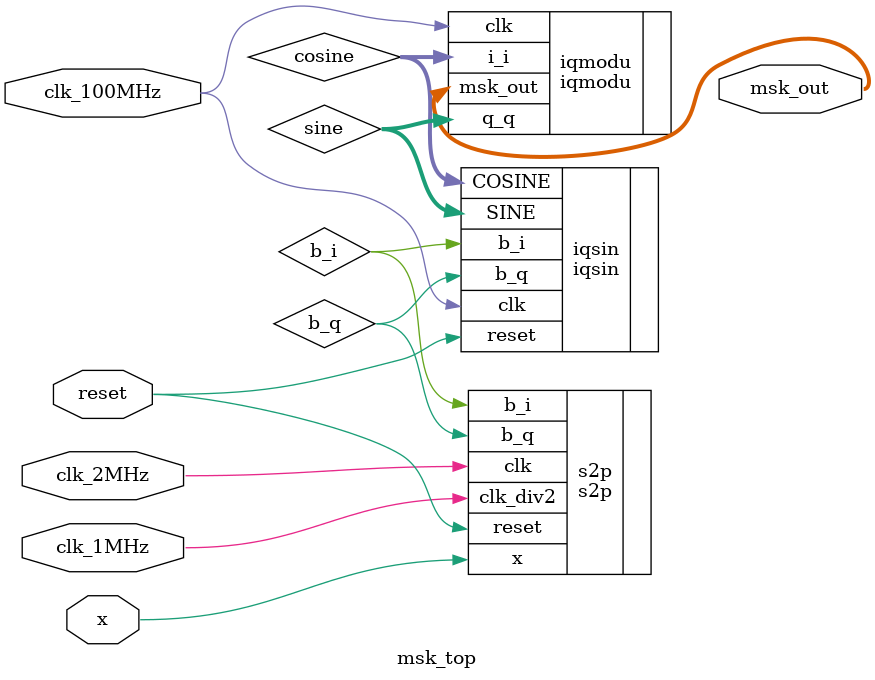
<source format=v>
`timescale 1ns / 1ps
module msk_top(clk_100MHz, clk_2MHz, clk_1MHz, reset, x, msk_out);
input clk_100MHz;
input clk_2MHz;
input clk_1MHz;
input reset;
input x;
output [32:0] msk_out;

wire b_i, b_q;
wire [15:0] sine, cosine;

//µ÷ÓÃ»ù´øÊý¾Ý´¦ÀíÄ£¿é
s2p s2p(
  .clk(clk_2MHz), .clk_div2(clk_1MHz), .reset(reset), 
  .x(x), .b_i(b_i), .b_q(b_q));

//µ÷ÓÃIQÂ·¼ÓÈ¨Ä£¿éiqsin.v
iqsin iqsin(
  .clk(clk_100MHz), .reset(reset), .b_i(b_i), .b_q(b_q), 
  .SINE(sine), .COSINE(cosine));

//ÔØ²¨µ÷ÖÆÏà¼ÓÄ£¿éiqmodu.v
iqmodu iqmodu(
  .clk(clk_100MHz), .i_i(cosine), .q_q(sine), .msk_out(msk_out));
  
endmodule

</source>
